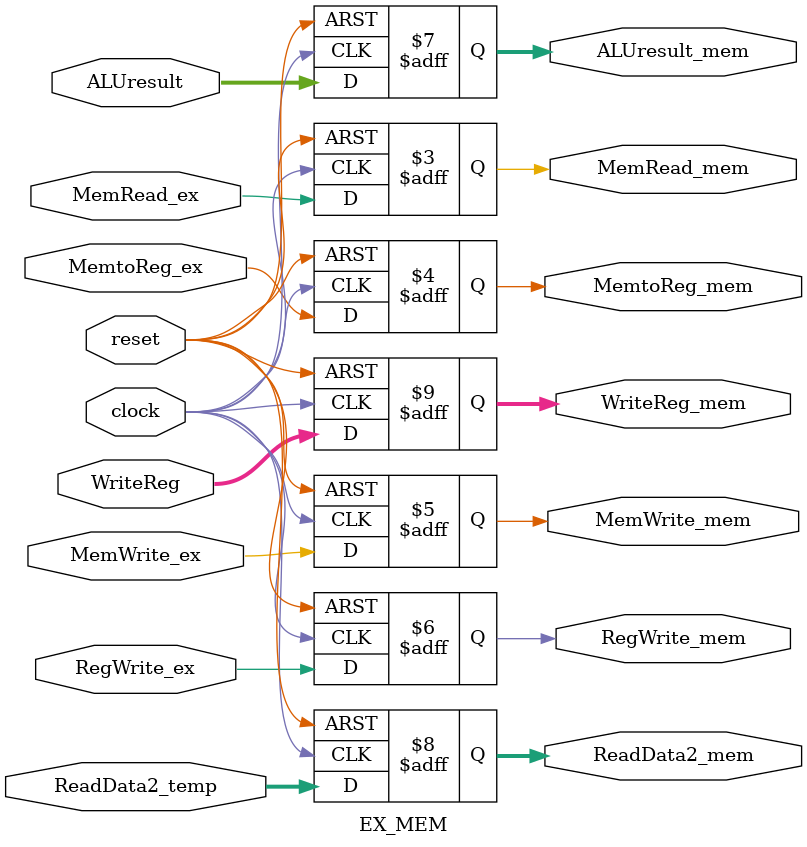
<source format=v>
`timescale 1ns / 1ps
module EX_MEM(clock,reset,MemRead_ex,MemtoReg_ex,MemWrite_ex,RegWrite_ex,ALUresult,ReadData2_temp,WriteReg,MemRead_mem,MemtoReg_mem,MemWrite_mem,RegWrite_mem,ALUresult_mem,ReadData2_mem,WriteReg_mem);
	input clock,reset,MemRead_ex,MemtoReg_ex,MemWrite_ex,RegWrite_ex;
	input[31:0] ALUresult;
	input[31:0] ReadData2_temp;
	input[4:0] WriteReg;
	output reg MemRead_mem,MemtoReg_mem,MemWrite_mem,RegWrite_mem;
	output reg[31:0] ALUresult_mem;
	output reg[31:0] ReadData2_mem;
	output reg[4:0] WriteReg_mem;
	
	always @(posedge clock or posedge reset) begin
	if (reset==1'b1)
		begin
			MemRead_mem <= 0;
			MemtoReg_mem <= 0;
			MemWrite_mem <= 0;
			RegWrite_mem <= 0;
			ALUresult_mem <= 32'b0;
			ReadData2_mem <= 32'b0; 
			WriteReg_mem <= 5'b0;
		end
	else
		begin
			MemRead_mem <= MemRead_ex;
			MemtoReg_mem <= MemtoReg_ex;
			MemWrite_mem <= MemWrite_ex;
			RegWrite_mem <= RegWrite_ex;
			ALUresult_mem <= ALUresult;
			ReadData2_mem <= ReadData2_temp; 
			WriteReg_mem <= WriteReg;
		end
	end
endmodule

</source>
